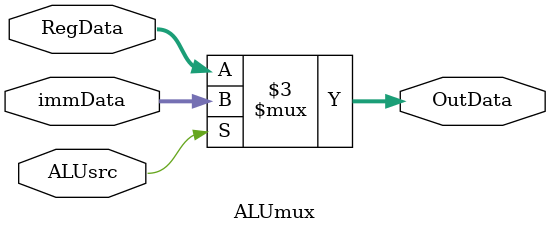
<source format=v>
`timescale 1ns / 1ps
module ALUmux(immData,RegData,ALUsrc,OutData);
parameter DATA_WIDTH = 16;
    input [DATA_WIDTH - 1:0] immData;
    input [DATA_WIDTH - 1:0] RegData;
    input ALUsrc;
    output reg [DATA_WIDTH - 1:0] OutData;

always@(*)
begin
	if(ALUsrc)
		OutData = immData;
	else
		OutData = RegData;
	end
endmodule

</source>
